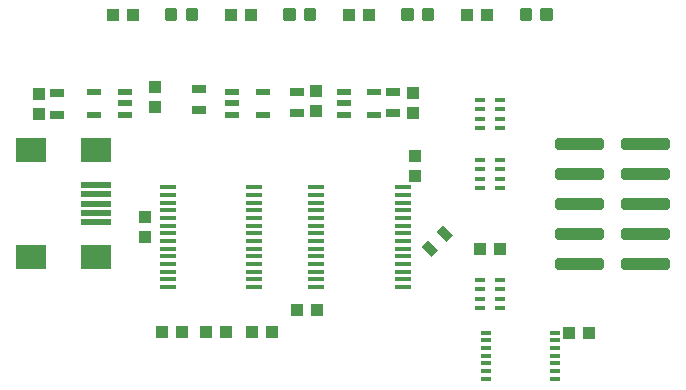
<source format=gbr>
G04 EAGLE Gerber RS-274X export*
G75*
%MOMM*%
%FSLAX34Y34*%
%LPD*%
%INSolderpaste Top*%
%IPPOS*%
%AMOC8*
5,1,8,0,0,1.08239X$1,22.5*%
G01*
%ADD10R,1.100000X1.000000*%
%ADD11C,0.300000*%
%ADD12R,1.000000X1.100000*%
%ADD13R,0.900000X0.350000*%
%ADD14R,1.200000X0.800000*%
%ADD15R,0.900000X0.425000*%
%ADD16R,1.397000X0.348000*%
%ADD17R,1.200000X0.550000*%
%ADD18R,2.500000X0.500000*%
%ADD19R,2.500000X2.000000*%
%ADD20C,0.500000*%
%ADD21R,0.800000X1.200000*%


D10*
X226630Y76620D03*
X209630Y76620D03*
D11*
X155270Y341500D02*
X155270Y348500D01*
X162270Y348500D01*
X162270Y341500D01*
X155270Y341500D01*
X155270Y344350D02*
X162270Y344350D01*
X162270Y347200D02*
X155270Y347200D01*
X137730Y348500D02*
X137730Y341500D01*
X137730Y348500D02*
X144730Y348500D01*
X144730Y341500D01*
X137730Y341500D01*
X137730Y344350D02*
X144730Y344350D01*
X144730Y347200D02*
X137730Y347200D01*
D10*
X108500Y345000D03*
X91500Y345000D03*
D12*
X347670Y208543D03*
X347670Y225543D03*
D10*
X264730Y94620D03*
X247730Y94620D03*
X419670Y146470D03*
X402670Y146470D03*
D11*
X355270Y341500D02*
X355270Y348500D01*
X362270Y348500D01*
X362270Y341500D01*
X355270Y341500D01*
X355270Y344350D02*
X362270Y344350D01*
X362270Y347200D02*
X355270Y347200D01*
X337730Y348500D02*
X337730Y341500D01*
X337730Y348500D02*
X344730Y348500D01*
X344730Y341500D01*
X337730Y341500D01*
X337730Y344350D02*
X344730Y344350D01*
X344730Y347200D02*
X337730Y347200D01*
D10*
X308500Y345000D03*
X291500Y345000D03*
D11*
X455270Y341500D02*
X455270Y348500D01*
X462270Y348500D01*
X462270Y341500D01*
X455270Y341500D01*
X455270Y344350D02*
X462270Y344350D01*
X462270Y347200D02*
X455270Y347200D01*
X437730Y348500D02*
X437730Y341500D01*
X437730Y348500D02*
X444730Y348500D01*
X444730Y341500D01*
X437730Y341500D01*
X437730Y344350D02*
X444730Y344350D01*
X444730Y347200D02*
X437730Y347200D01*
D10*
X408500Y345000D03*
X391500Y345000D03*
X150430Y76620D03*
X133430Y76620D03*
D12*
X127000Y266455D03*
X127000Y283455D03*
D13*
X407320Y75800D03*
X407320Y69300D03*
X407320Y62800D03*
X407320Y56300D03*
X407320Y49800D03*
X407320Y43300D03*
X407320Y36800D03*
X465820Y36800D03*
X465820Y43300D03*
X465820Y49800D03*
X465820Y56300D03*
X465820Y62800D03*
X465820Y69300D03*
X465820Y75800D03*
D10*
X477981Y75477D03*
X494981Y75477D03*
X208500Y345000D03*
X191500Y345000D03*
X187260Y76620D03*
X170260Y76620D03*
D14*
X247396Y279891D03*
X247396Y261891D03*
X328620Y279383D03*
X328620Y261383D03*
X44704Y278367D03*
X44704Y260367D03*
D11*
X255270Y341500D02*
X255270Y348500D01*
X262270Y348500D01*
X262270Y341500D01*
X255270Y341500D01*
X255270Y344350D02*
X262270Y344350D01*
X262270Y347200D02*
X255270Y347200D01*
X237730Y348500D02*
X237730Y341500D01*
X237730Y348500D02*
X244730Y348500D01*
X244730Y341500D01*
X237730Y341500D01*
X237730Y344350D02*
X244730Y344350D01*
X244730Y347200D02*
X237730Y347200D01*
D15*
X402670Y120370D03*
X402670Y112370D03*
X402670Y104370D03*
X402670Y96370D03*
X419670Y96370D03*
X419670Y104370D03*
X419670Y112370D03*
X419670Y120370D03*
X402670Y272770D03*
X402670Y264770D03*
X402670Y256770D03*
X402670Y248770D03*
X419670Y248770D03*
X419670Y256770D03*
X419670Y264770D03*
X419670Y272770D03*
X402670Y221970D03*
X402670Y213970D03*
X402670Y205970D03*
X402670Y197970D03*
X419670Y197970D03*
X419670Y205970D03*
X419670Y213970D03*
X419670Y221970D03*
D16*
X264120Y198880D03*
X264120Y192380D03*
X264120Y185880D03*
X264120Y179380D03*
X264120Y172880D03*
X264120Y166380D03*
X264120Y159880D03*
X264120Y153380D03*
X264120Y146880D03*
X264120Y140380D03*
X264120Y133880D03*
X264120Y127380D03*
X264120Y120880D03*
X264120Y114380D03*
X337240Y114380D03*
X337240Y120880D03*
X337240Y127380D03*
X337240Y133880D03*
X337240Y140380D03*
X337240Y146880D03*
X337240Y153380D03*
X337240Y159880D03*
X337240Y166380D03*
X337240Y172880D03*
X337240Y179380D03*
X337240Y185880D03*
X337240Y192380D03*
X337240Y198880D03*
D17*
X101901Y260375D03*
X101901Y269875D03*
X101901Y279375D03*
X75899Y279375D03*
X75899Y260375D03*
X286999Y279375D03*
X286999Y269875D03*
X286999Y260375D03*
X313001Y260375D03*
X313001Y279375D03*
X192429Y279375D03*
X192429Y269875D03*
X192429Y260375D03*
X218431Y260375D03*
X218431Y279375D03*
D16*
X138390Y114380D03*
X138390Y120880D03*
X138390Y127380D03*
X138390Y133880D03*
X138390Y140380D03*
X138390Y146880D03*
X138390Y153380D03*
X138390Y166380D03*
X138390Y159880D03*
X138390Y172880D03*
X138390Y179380D03*
X138390Y185880D03*
X138390Y192380D03*
X138390Y198880D03*
X211510Y114380D03*
X211510Y120880D03*
X211510Y127380D03*
X211510Y133880D03*
X211510Y140380D03*
X211510Y146880D03*
X211510Y153380D03*
X211510Y159880D03*
X211510Y166380D03*
X211510Y172880D03*
X211510Y179380D03*
X211510Y185880D03*
X211510Y192380D03*
X211510Y198880D03*
D18*
X77500Y185000D03*
X77500Y193000D03*
X77500Y169000D03*
X77500Y177000D03*
D19*
X22500Y140000D03*
X22500Y230000D03*
X77500Y140000D03*
X77500Y230000D03*
D18*
X77500Y201000D03*
D20*
X468810Y233300D02*
X505310Y233300D01*
X468810Y233300D02*
X468810Y238300D01*
X505310Y238300D01*
X505310Y233300D01*
X505310Y238050D02*
X468810Y238050D01*
X524690Y233300D02*
X561190Y233300D01*
X524690Y233300D02*
X524690Y238300D01*
X561190Y238300D01*
X561190Y233300D01*
X561190Y238050D02*
X524690Y238050D01*
X505310Y207900D02*
X468810Y207900D01*
X468810Y212900D01*
X505310Y212900D01*
X505310Y207900D01*
X505310Y212650D02*
X468810Y212650D01*
X524690Y207900D02*
X561190Y207900D01*
X524690Y207900D02*
X524690Y212900D01*
X561190Y212900D01*
X561190Y207900D01*
X561190Y212650D02*
X524690Y212650D01*
X505310Y182500D02*
X468810Y182500D01*
X468810Y187500D01*
X505310Y187500D01*
X505310Y182500D01*
X505310Y187250D02*
X468810Y187250D01*
X524690Y182500D02*
X561190Y182500D01*
X524690Y182500D02*
X524690Y187500D01*
X561190Y187500D01*
X561190Y182500D01*
X561190Y187250D02*
X524690Y187250D01*
X505310Y157100D02*
X468810Y157100D01*
X468810Y162100D01*
X505310Y162100D01*
X505310Y157100D01*
X505310Y161850D02*
X468810Y161850D01*
X524690Y157100D02*
X561190Y157100D01*
X524690Y157100D02*
X524690Y162100D01*
X561190Y162100D01*
X561190Y157100D01*
X561190Y161850D02*
X524690Y161850D01*
X505310Y131700D02*
X468810Y131700D01*
X468810Y136700D01*
X505310Y136700D01*
X505310Y131700D01*
X505310Y136450D02*
X468810Y136450D01*
X524690Y131700D02*
X561190Y131700D01*
X524690Y131700D02*
X524690Y136700D01*
X561190Y136700D01*
X561190Y131700D01*
X561190Y136450D02*
X524690Y136450D01*
D12*
X29464Y277740D03*
X29464Y260740D03*
X345440Y278756D03*
X345440Y261756D03*
X263652Y280026D03*
X263652Y263026D03*
D21*
G36*
X367229Y145384D02*
X361572Y139727D01*
X353087Y148212D01*
X358744Y153869D01*
X367229Y145384D01*
G37*
G36*
X379957Y158112D02*
X374300Y152455D01*
X365815Y160940D01*
X371472Y166597D01*
X379957Y158112D01*
G37*
D12*
X119070Y174020D03*
X119070Y157020D03*
D14*
X164846Y282177D03*
X164846Y264177D03*
M02*

</source>
